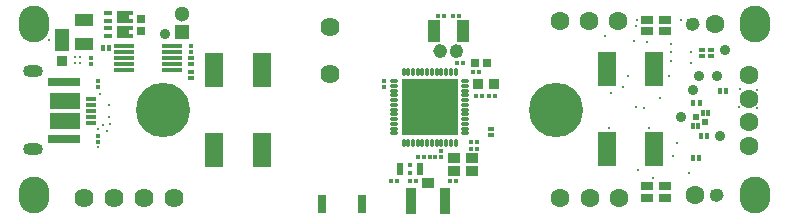
<source format=gts>
G04 Layer_Color=8388736*
%FSLAX44Y44*%
%MOMM*%
G71*
G01*
G75*
%ADD25C,0.2000*%
%ADD39R,1.0000X0.8000*%
%ADD40R,0.8000X1.6000*%
%ADD67C,1.3000*%
%ADD68C,0.6000*%
%ADD124C,0.6096*%
%ADD125R,0.3799X0.5300*%
%ADD126C,0.9000*%
%ADD127R,0.4200X0.6000*%
%ADD128R,0.6000X0.6000*%
%ADD129R,0.4500X0.3499*%
%ADD130R,0.3499X0.4500*%
%ADD131R,0.7000X0.6500*%
%ADD132R,1.0500X0.9500*%
%ADD133R,0.5500X1.1000*%
%ADD134R,0.4500X0.4500*%
%ADD135R,4.8000X4.8000*%
%ADD136O,0.7500X0.3000*%
%ADD137O,0.3000X0.7500*%
%ADD138C,0.3000*%
%ADD139R,1.6000X1.1000*%
%ADD140R,2.6000X1.4000*%
%ADD141R,0.9000X0.4500*%
%ADD142R,2.7000X0.7000*%
%ADD143R,1.1000X1.9000*%
%ADD144O,1.8000X0.4000*%
%ADD145R,1.5000X2.8500*%
%ADD146R,1.1000X1.0450*%
%ADD147R,1.1000X1.0470*%
%ADD148R,0.8000X0.4000*%
%ADD149R,0.8500X0.9000*%
%ADD150R,0.9000X2.3000*%
%ADD151R,1.1000X0.9000*%
%ADD152R,0.5300X0.3799*%
%ADD153R,1.2000X1.9000*%
%ADD154R,0.9000X0.9000*%
%ADD155R,0.6500X0.7000*%
%ADD156O,1.7000X1.0000*%
%ADD157C,4.6000*%
%ADD158R,1.3000X1.3000*%
%ADD159O,2.6000X3.1000*%
%ADD160C,1.6240*%
%ADD161C,1.6000*%
%ADD162C,0.3300*%
D25*
X508000Y107000D02*
D03*
X522250Y121250D02*
D03*
X548853Y102362D02*
D03*
X617000Y110000D02*
D03*
X631000Y94250D02*
D03*
X631000Y109250D02*
D03*
X563500Y64500D02*
D03*
X573542Y38750D02*
D03*
X529082Y94742D02*
D03*
X535940Y93726D02*
D03*
X539500Y76750D02*
D03*
X505500D02*
D03*
X543000Y34750D02*
D03*
X82188Y96412D02*
D03*
X82752Y86412D02*
D03*
X58250Y132334D02*
D03*
Y137115D02*
D03*
X53500D02*
D03*
Y132334D02*
D03*
X32000Y151538D02*
D03*
X73152Y76454D02*
D03*
X80518Y74676D02*
D03*
X83312Y80456D02*
D03*
X616204Y94488D02*
D03*
X556514Y120904D02*
D03*
X502158Y154686D02*
D03*
X566928Y168656D02*
D03*
X528574Y163068D02*
D03*
X530606Y41402D02*
D03*
X558800Y147828D02*
D03*
X537972Y159004D02*
D03*
X558556Y141272D02*
D03*
X527050Y150358D02*
D03*
X575564Y132080D02*
D03*
X559830Y52846D02*
D03*
X517906Y111506D02*
D03*
X529590Y168656D02*
D03*
X575310Y141224D02*
D03*
X558292Y133858D02*
D03*
X538480Y150114D02*
D03*
X73500Y60500D02*
D03*
X74930Y105664D02*
D03*
D39*
X538212Y17702D02*
D03*
Y27686D02*
D03*
X553212Y17702D02*
D03*
Y27686D02*
D03*
X537958Y158672D02*
D03*
Y168656D02*
D03*
X552958Y158672D02*
D03*
Y168656D02*
D03*
D40*
X263000Y12500D02*
D03*
X297000D02*
D03*
D67*
X144750Y173750D02*
D03*
D68*
X461772Y109982D02*
D03*
X473964Y104648D02*
D03*
X478790Y92456D02*
D03*
X473964Y79756D02*
D03*
X461518Y74930D02*
D03*
X448818Y79756D02*
D03*
X443484Y92456D02*
D03*
X449072Y105664D02*
D03*
X116078D02*
D03*
X110490Y92456D02*
D03*
X115824Y79756D02*
D03*
X128524Y74930D02*
D03*
X140970Y79756D02*
D03*
X145796Y92456D02*
D03*
X140970Y104648D02*
D03*
X128778Y109982D02*
D03*
D124*
X365794Y142401D02*
G03*
X365794Y142401I-2794J0D01*
G01*
Y141842D02*
G03*
X365794Y141842I-2794J0D01*
G01*
X379544Y142401D02*
G03*
X379544Y142401I-2794J0D01*
G01*
Y141842D02*
G03*
X379544Y141842I-2794J0D01*
G01*
X579171Y164846D02*
G03*
X579171Y164846I-2794J0D01*
G01*
X579730D02*
G03*
X579730Y164846I-2794J0D01*
G01*
X599491Y20066D02*
G03*
X599491Y20066I-2794J0D01*
G01*
X600050D02*
G03*
X600050Y20066I-2794J0D01*
G01*
D125*
X605050Y108250D02*
D03*
X599950D02*
D03*
X77250Y144500D02*
D03*
X82350D02*
D03*
X577450Y98500D02*
D03*
X582550D02*
D03*
X588850Y70000D02*
D03*
X583750D02*
D03*
X577332Y51308D02*
D03*
X582432D02*
D03*
D126*
X597750Y121250D02*
D03*
X599750Y70000D02*
D03*
X129750Y156750D02*
D03*
X577450Y109500D02*
D03*
X604500Y143360D02*
D03*
X567000Y86500D02*
D03*
X581750Y121250D02*
D03*
D127*
X585318Y89678D02*
D03*
X589376D02*
D03*
X581326Y78778D02*
D03*
X577282D02*
D03*
D128*
X587550Y82299D02*
D03*
X579250Y86456D02*
D03*
D129*
X315750Y116500D02*
D03*
Y111501D02*
D03*
X364000Y57249D02*
D03*
Y52251D02*
D03*
X67000Y131000D02*
D03*
Y135999D02*
D03*
X152250Y141251D02*
D03*
Y146250D02*
D03*
X73352Y111547D02*
D03*
Y116545D02*
D03*
X73406Y65065D02*
D03*
Y70063D02*
D03*
D130*
X377251Y132250D02*
D03*
X382250D02*
D03*
X389001Y64750D02*
D03*
X394000D02*
D03*
X361251Y171518D02*
D03*
X366249D02*
D03*
X378749Y171500D02*
D03*
X373750D02*
D03*
X389001Y59500D02*
D03*
X394000D02*
D03*
X371501Y32200D02*
D03*
X376499D02*
D03*
X395999Y124000D02*
D03*
X391000D02*
D03*
X393000Y104194D02*
D03*
X397999D02*
D03*
X337751Y32200D02*
D03*
X342750D02*
D03*
X325999D02*
D03*
X321000D02*
D03*
X349500Y52500D02*
D03*
X344501D02*
D03*
X358999D02*
D03*
X354000D02*
D03*
X404001Y104250D02*
D03*
X409000D02*
D03*
D131*
X392500Y132000D02*
D03*
X402500D02*
D03*
D132*
X389500Y51750D02*
D03*
Y40250D02*
D03*
X375000D02*
D03*
Y51750D02*
D03*
D133*
X328750Y42400D02*
D03*
X346250Y42500D02*
D03*
D134*
X337500Y45700D02*
D03*
Y39200D02*
D03*
D135*
X354000Y94500D02*
D03*
D136*
X384250Y116500D02*
D03*
Y112500D02*
D03*
Y108500D02*
D03*
Y104500D02*
D03*
Y100500D02*
D03*
Y96500D02*
D03*
Y92500D02*
D03*
Y88500D02*
D03*
Y84500D02*
D03*
X384250Y80500D02*
D03*
X384250Y76500D02*
D03*
X384250Y72500D02*
D03*
X323750D02*
D03*
X323750Y76500D02*
D03*
X323750Y80500D02*
D03*
X323750Y84500D02*
D03*
X323750Y88500D02*
D03*
Y92500D02*
D03*
Y96500D02*
D03*
Y100500D02*
D03*
X323750Y104500D02*
D03*
Y108500D02*
D03*
Y112500D02*
D03*
Y116500D02*
D03*
D137*
X376000Y64250D02*
D03*
X372000Y64250D02*
D03*
X368000Y64250D02*
D03*
X364000Y64250D02*
D03*
X360000Y64250D02*
D03*
X356000D02*
D03*
X352000D02*
D03*
X348000D02*
D03*
X344000D02*
D03*
X340000Y64250D02*
D03*
X336000D02*
D03*
X332000D02*
D03*
X332000Y124750D02*
D03*
X336000Y124750D02*
D03*
X340000Y124750D02*
D03*
X344000Y124750D02*
D03*
X348000D02*
D03*
X352000D02*
D03*
X356000Y124750D02*
D03*
X360000Y124750D02*
D03*
X364000D02*
D03*
X368000Y124750D02*
D03*
X372000Y124750D02*
D03*
X376000Y124750D02*
D03*
D138*
X363000Y145500D02*
D03*
Y138744D02*
D03*
X376750Y145500D02*
D03*
Y138744D02*
D03*
X573278Y164846D02*
D03*
X580034D02*
D03*
X593598Y20066D02*
D03*
X600354D02*
D03*
X77724Y79502D02*
D03*
D139*
X61750Y148250D02*
D03*
Y168250D02*
D03*
D140*
X45600Y82492D02*
D03*
X45510Y100092D02*
D03*
D141*
X67510Y81412D02*
D03*
Y101412D02*
D03*
Y96412D02*
D03*
Y91412D02*
D03*
Y86412D02*
D03*
D142*
X44510Y115492D02*
D03*
Y67332D02*
D03*
D143*
X357500Y159000D02*
D03*
X382500D02*
D03*
D144*
X95250Y146000D02*
D03*
Y141000D02*
D03*
Y136000D02*
D03*
Y131000D02*
D03*
Y126000D02*
D03*
X136250Y146000D02*
D03*
Y141000D02*
D03*
Y136000D02*
D03*
Y131000D02*
D03*
Y126000D02*
D03*
D145*
X504002Y126968D02*
D03*
X544002D02*
D03*
X504002Y59468D02*
D03*
X544002D02*
D03*
X171770Y125698D02*
D03*
X211770D02*
D03*
X171770Y58198D02*
D03*
X211770D02*
D03*
D146*
X94460Y158037D02*
D03*
D147*
X94460Y170997D02*
D03*
D148*
X81500Y174227D02*
D03*
Y167750D02*
D03*
Y154773D02*
D03*
Y161273D02*
D03*
X99915D02*
D03*
Y154773D02*
D03*
Y167750D02*
D03*
Y174227D02*
D03*
D149*
X408750Y114612D02*
D03*
X395250D02*
D03*
D150*
X338550Y15000D02*
D03*
X366950D02*
D03*
D151*
X352750Y30800D02*
D03*
D152*
X406000Y75850D02*
D03*
Y70750D02*
D03*
X152250Y130900D02*
D03*
Y136000D02*
D03*
Y124000D02*
D03*
Y118900D02*
D03*
X584250Y143360D02*
D03*
Y138260D02*
D03*
X592640D02*
D03*
Y143360D02*
D03*
D153*
X42688Y151538D02*
D03*
D154*
Y133538D02*
D03*
D155*
X110000Y169000D02*
D03*
Y159000D02*
D03*
D156*
X18462Y59456D02*
D03*
Y125456D02*
D03*
D157*
X128270Y92350D02*
D03*
X461010D02*
D03*
D158*
X144750Y157850D02*
D03*
D159*
X629158Y20000D02*
D03*
Y164700D02*
D03*
X19200Y165170D02*
D03*
Y20470D02*
D03*
D160*
X112014Y17780D02*
D03*
X137414D02*
D03*
X86614D02*
D03*
X61214D02*
D03*
X270002Y162814D02*
D03*
Y122814D02*
D03*
D161*
X513842Y167640D02*
D03*
X624078Y61809D02*
D03*
Y81809D02*
D03*
Y121809D02*
D03*
Y101809D02*
D03*
X595376Y164846D02*
D03*
X578612Y20066D02*
D03*
X464312Y167386D02*
D03*
X489204Y167640D02*
D03*
X464312Y17272D02*
D03*
X514604Y17270D02*
D03*
X489458Y17272D02*
D03*
D162*
X336000Y76500D02*
D03*
Y88500D02*
D03*
X336000Y100500D02*
D03*
X336000Y112500D02*
D03*
X348000Y76500D02*
D03*
X348000Y88500D02*
D03*
Y100500D02*
D03*
X348000Y112500D02*
D03*
X360000Y76500D02*
D03*
X360000Y88500D02*
D03*
X360000Y100500D02*
D03*
X360000Y112500D02*
D03*
X372000Y76500D02*
D03*
Y88500D02*
D03*
X372000Y100500D02*
D03*
X372000Y112500D02*
D03*
M02*

</source>
